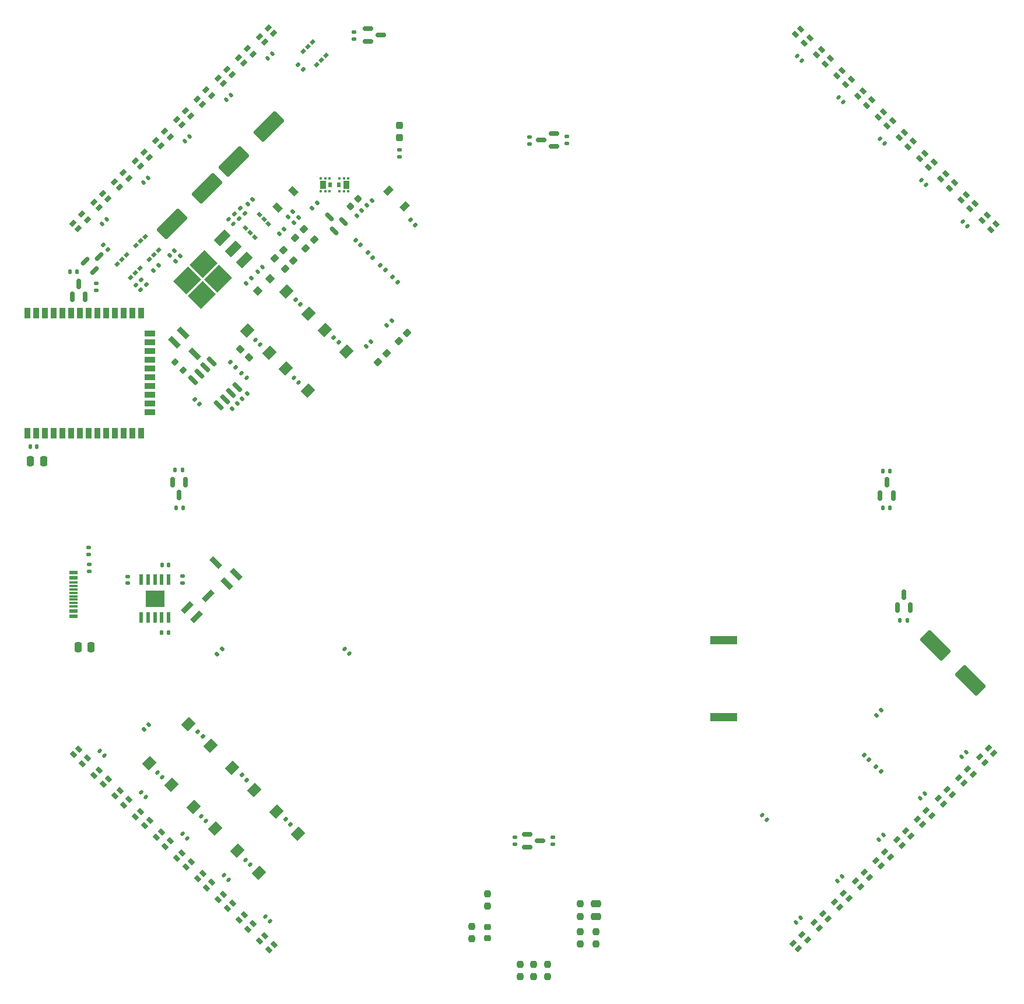
<source format=gbr>
%TF.GenerationSoftware,KiCad,Pcbnew,(6.0.11)*%
%TF.CreationDate,2023-10-13T19:34:53+09:00*%
%TF.ProjectId,ESP32,45535033-322e-46b6-9963-61645f706362,rev?*%
%TF.SameCoordinates,Original*%
%TF.FileFunction,Paste,Top*%
%TF.FilePolarity,Positive*%
%FSLAX46Y46*%
G04 Gerber Fmt 4.6, Leading zero omitted, Abs format (unit mm)*
G04 Created by KiCad (PCBNEW (6.0.11)) date 2023-10-13 19:34:53*
%MOMM*%
%LPD*%
G01*
G04 APERTURE LIST*
G04 Aperture macros list*
%AMRoundRect*
0 Rectangle with rounded corners*
0 $1 Rounding radius*
0 $2 $3 $4 $5 $6 $7 $8 $9 X,Y pos of 4 corners*
0 Add a 4 corners polygon primitive as box body*
4,1,4,$2,$3,$4,$5,$6,$7,$8,$9,$2,$3,0*
0 Add four circle primitives for the rounded corners*
1,1,$1+$1,$2,$3*
1,1,$1+$1,$4,$5*
1,1,$1+$1,$6,$7*
1,1,$1+$1,$8,$9*
0 Add four rect primitives between the rounded corners*
20,1,$1+$1,$2,$3,$4,$5,0*
20,1,$1+$1,$4,$5,$6,$7,0*
20,1,$1+$1,$6,$7,$8,$9,0*
20,1,$1+$1,$8,$9,$2,$3,0*%
%AMRotRect*
0 Rectangle, with rotation*
0 The origin of the aperture is its center*
0 $1 length*
0 $2 width*
0 $3 Rotation angle, in degrees counterclockwise*
0 Add horizontal line*
21,1,$1,$2,0,0,$3*%
G04 Aperture macros list end*
%ADD10RoundRect,0.140000X-0.021213X0.219203X-0.219203X0.021213X0.021213X-0.219203X0.219203X-0.021213X0*%
%ADD11RoundRect,0.237500X-0.237500X0.250000X-0.237500X-0.250000X0.237500X-0.250000X0.237500X0.250000X0*%
%ADD12RoundRect,0.150000X0.150000X-0.587500X0.150000X0.587500X-0.150000X0.587500X-0.150000X-0.587500X0*%
%ADD13RoundRect,0.150000X-0.583363X0.371231X0.371231X-0.583363X0.583363X-0.371231X-0.371231X0.583363X0*%
%ADD14RoundRect,0.140000X0.021213X-0.219203X0.219203X-0.021213X-0.021213X0.219203X-0.219203X0.021213X0*%
%ADD15RotRect,0.900000X0.700000X135.000000*%
%ADD16RotRect,1.800000X0.800000X135.000000*%
%ADD17RoundRect,0.237500X0.035355X0.371231X-0.371231X-0.035355X-0.035355X-0.371231X0.371231X0.035355X0*%
%ADD18RoundRect,0.140000X-0.170000X0.140000X-0.170000X-0.140000X0.170000X-0.140000X0.170000X0.140000X0*%
%ADD19RoundRect,0.140000X0.219203X0.021213X0.021213X0.219203X-0.219203X-0.021213X-0.021213X-0.219203X0*%
%ADD20RoundRect,0.135000X-0.226274X-0.035355X-0.035355X-0.226274X0.226274X0.035355X0.035355X0.226274X0*%
%ADD21RoundRect,0.135000X0.135000X0.185000X-0.135000X0.185000X-0.135000X-0.185000X0.135000X-0.185000X0*%
%ADD22RoundRect,0.135000X-0.035355X0.226274X-0.226274X0.035355X0.035355X-0.226274X0.226274X-0.035355X0*%
%ADD23RoundRect,0.135000X-0.185000X0.135000X-0.185000X-0.135000X0.185000X-0.135000X0.185000X0.135000X0*%
%ADD24RoundRect,0.135000X0.226274X0.035355X0.035355X0.226274X-0.226274X-0.035355X-0.035355X-0.226274X0*%
%ADD25RoundRect,0.250000X0.250000X0.475000X-0.250000X0.475000X-0.250000X-0.475000X0.250000X-0.475000X0*%
%ADD26RotRect,1.600000X1.400000X225.000000*%
%ADD27RotRect,0.900000X0.700000X315.000000*%
%ADD28RoundRect,0.237500X-0.035355X-0.371231X0.371231X0.035355X0.035355X0.371231X-0.371231X-0.035355X0*%
%ADD29RotRect,0.575000X0.620000X225.000000*%
%ADD30RoundRect,0.140000X-0.219203X-0.021213X-0.021213X-0.219203X0.219203X0.021213X0.021213X0.219203X0*%
%ADD31RotRect,0.900000X0.700000X45.000000*%
%ADD32RotRect,0.900000X0.700000X225.000000*%
%ADD33RotRect,0.900000X1.200000X135.000000*%
%ADD34RoundRect,0.250001X-1.979898X0.848528X0.848528X-1.979898X1.979898X-0.848528X-0.848528X1.979898X0*%
%ADD35R,4.000000X1.200000*%
%ADD36RoundRect,0.150000X0.521491X-0.309359X-0.309359X0.521491X-0.521491X0.309359X0.309359X-0.521491X0*%
%ADD37RoundRect,0.150000X-0.587500X-0.150000X0.587500X-0.150000X0.587500X0.150000X-0.587500X0.150000X0*%
%ADD38RoundRect,0.140000X0.140000X0.170000X-0.140000X0.170000X-0.140000X-0.170000X0.140000X-0.170000X0*%
%ADD39RoundRect,0.135000X0.185000X-0.135000X0.185000X0.135000X-0.185000X0.135000X-0.185000X-0.135000X0*%
%ADD40RoundRect,0.237500X0.237500X-0.250000X0.237500X0.250000X-0.237500X0.250000X-0.237500X-0.250000X0*%
%ADD41R,0.950000X1.150000*%
%ADD42R,0.400000X0.425000*%
%ADD43R,0.480000X0.800000*%
%ADD44RoundRect,0.135000X0.035355X-0.226274X0.226274X-0.035355X-0.035355X0.226274X-0.226274X0.035355X0*%
%ADD45RotRect,1.800000X0.800000X45.000000*%
%ADD46RotRect,1.000000X1.000000X45.000000*%
%ADD47R,0.600000X1.500000*%
%ADD48R,2.800000X2.400000*%
%ADD49RoundRect,0.237500X0.380070X-0.044194X-0.044194X0.380070X-0.380070X0.044194X0.044194X-0.380070X0*%
%ADD50RoundRect,0.250001X-0.848528X-1.979898X1.979898X0.848528X0.848528X1.979898X-1.979898X-0.848528X0*%
%ADD51R,1.150000X0.600000*%
%ADD52R,1.150000X0.300000*%
%ADD53RotRect,1.800000X0.800000X315.000000*%
%ADD54RotRect,1.600000X1.400000X45.000000*%
%ADD55RoundRect,0.150000X-0.150000X0.587500X-0.150000X-0.587500X0.150000X-0.587500X0.150000X0.587500X0*%
%ADD56RoundRect,0.135000X-0.135000X-0.185000X0.135000X-0.185000X0.135000X0.185000X-0.135000X0.185000X0*%
%ADD57RoundRect,0.150000X0.587500X0.150000X-0.587500X0.150000X-0.587500X-0.150000X0.587500X-0.150000X0*%
%ADD58R,0.900000X1.500000*%
%ADD59R,1.500000X0.900000*%
%ADD60RotRect,3.050000X2.750000X225.000000*%
%ADD61RotRect,2.200000X1.200000X225.000000*%
%ADD62RoundRect,0.200000X-0.335876X-0.053033X-0.053033X-0.335876X0.335876X0.053033X0.053033X0.335876X0*%
%ADD63RoundRect,0.237500X-0.237500X0.287500X-0.237500X-0.287500X0.237500X-0.287500X0.237500X0.287500X0*%
%ADD64RoundRect,0.250000X-0.250000X-0.475000X0.250000X-0.475000X0.250000X0.475000X-0.250000X0.475000X0*%
%ADD65RoundRect,0.250000X0.475000X-0.250000X0.475000X0.250000X-0.475000X0.250000X-0.475000X-0.250000X0*%
%ADD66RotRect,0.575000X0.620000X315.000000*%
%ADD67RoundRect,0.225000X0.250000X-0.225000X0.250000X0.225000X-0.250000X0.225000X-0.250000X-0.225000X0*%
%ADD68RotRect,0.900000X1.200000X45.000000*%
%ADD69RoundRect,0.225000X-0.017678X0.335876X-0.335876X0.017678X0.017678X-0.335876X0.335876X-0.017678X0*%
%ADD70RoundRect,0.150000X-0.309359X-0.521491X0.521491X0.309359X0.309359X0.521491X-0.521491X-0.309359X0*%
%ADD71RotRect,0.575000X0.620000X135.000000*%
G04 APERTURE END LIST*
D10*
%TO.C,C35*%
X223009004Y-146390997D03*
X222330182Y-147069819D03*
%TD*%
D11*
%TO.C,R51*%
X159480000Y-160957500D03*
X159480000Y-162782500D03*
%TD*%
D12*
%TO.C,Q11*%
X219036522Y-119399023D03*
X220936522Y-119399023D03*
X219986522Y-117524023D03*
%TD*%
D13*
%TO.C,U1*%
X119470883Y-83666806D03*
X118572858Y-84564832D03*
X117674832Y-85462858D03*
X116776806Y-86360883D03*
X120489117Y-90073194D03*
X121387142Y-89175168D03*
X122285168Y-88277142D03*
X123183194Y-87379117D03*
%TD*%
D14*
%TO.C,C27*%
X121561223Y-45638777D03*
X122240045Y-44959955D03*
%TD*%
D10*
%TO.C,C38*%
X204977781Y-164422220D03*
X204298959Y-165101042D03*
%TD*%
D15*
%TO.C,D29*%
X217544264Y-49494924D03*
X218322081Y-48717107D03*
X217028076Y-47423102D03*
X216250259Y-48200919D03*
%TD*%
D16*
%TO.C,Q17*%
X121704975Y-115908478D03*
X123048478Y-114564975D03*
X120043274Y-112903274D03*
%TD*%
D17*
%TO.C,D10*%
X144848718Y-82501282D03*
X143611282Y-83738718D03*
%TD*%
D18*
%TO.C,C3*%
X107280000Y-114900000D03*
X107280000Y-115860000D03*
%TD*%
D10*
%TO.C,C36*%
X216998596Y-152401405D03*
X216319774Y-153080227D03*
%TD*%
D19*
%TO.C,C15*%
X139489411Y-126139411D03*
X138810589Y-125460589D03*
%TD*%
D20*
%TO.C,R32*%
X117449376Y-137449376D03*
X118170624Y-138170624D03*
%TD*%
D21*
%TO.C,R63*%
X99940000Y-70620000D03*
X98920000Y-70620000D03*
%TD*%
D22*
%TO.C,R20*%
X132120624Y-62789376D03*
X131399376Y-63510624D03*
%TD*%
D23*
%TO.C,R4*%
X101680000Y-113120000D03*
X101680000Y-114140000D03*
%TD*%
D24*
%TO.C,R58*%
X142860624Y-68590624D03*
X142139376Y-67869376D03*
%TD*%
D25*
%TO.C,C19*%
X95080000Y-98140000D03*
X93180000Y-98140000D03*
%TD*%
D19*
%TO.C,C39*%
X127969411Y-164959411D03*
X127290589Y-164280589D03*
%TD*%
D26*
%TO.C,SW7*%
X122467437Y-142700583D03*
X116810583Y-148357437D03*
X119992563Y-151539417D03*
X125649417Y-145882563D03*
%TD*%
D24*
%TO.C,R62*%
X132765624Y-41305624D03*
X132044376Y-40584376D03*
%TD*%
D27*
%TO.C,D34*%
X112187793Y-152022159D03*
X111409976Y-152799976D03*
X112703981Y-154093981D03*
X113481798Y-153316164D03*
%TD*%
D17*
%TO.C,D9*%
X147848718Y-79501282D03*
X146611282Y-80738718D03*
%TD*%
D22*
%TO.C,R26*%
X120990624Y-125469376D03*
X120269376Y-126190624D03*
%TD*%
D28*
%TO.C,D7*%
X128611282Y-68738718D03*
X129848718Y-67501282D03*
%TD*%
D29*
%TO.C,Q7*%
X127723216Y-63690287D03*
X127051464Y-63018536D03*
X126379713Y-62346784D03*
X124416784Y-64309713D03*
X125088536Y-64981464D03*
X125760287Y-65653216D03*
%TD*%
D30*
%TO.C,C20*%
X125810589Y-80570589D03*
X126489411Y-81249411D03*
%TD*%
D31*
%TO.C,D36*%
X212912866Y-159159317D03*
X213690683Y-159937134D03*
X214984688Y-158643129D03*
X214206871Y-157865312D03*
%TD*%
D32*
%TO.C,D27*%
X113423122Y-51055736D03*
X112645305Y-50277919D03*
X111351300Y-51571924D03*
X112129117Y-52349741D03*
%TD*%
D33*
%TO.C,D1*%
X147486726Y-61175203D03*
X145153274Y-58841751D03*
%TD*%
D28*
%TO.C,D4*%
X133111282Y-67238718D03*
X134348718Y-66001282D03*
%TD*%
D19*
%TO.C,C21*%
X132069411Y-86739411D03*
X131390589Y-86060589D03*
%TD*%
D20*
%TO.C,R38*%
X130189376Y-150159376D03*
X130910624Y-150880624D03*
%TD*%
D14*
%TO.C,C28*%
X127571630Y-39628369D03*
X128250452Y-38949547D03*
%TD*%
D24*
%TO.C,R59*%
X141100624Y-66770624D03*
X140379376Y-66049376D03*
%TD*%
D23*
%TO.C,R53*%
X115200000Y-114840000D03*
X115200000Y-115860000D03*
%TD*%
D34*
%TO.C,C8*%
X224534416Y-124914416D03*
X229625584Y-130005584D03*
%TD*%
D35*
%TO.C,LS1*%
X193830000Y-124120000D03*
X193830000Y-135320000D03*
%TD*%
D22*
%TO.C,R22*%
X111740624Y-69759376D03*
X111019376Y-70480624D03*
%TD*%
D31*
%TO.C,D31*%
X230944089Y-141128094D03*
X231721906Y-141905911D03*
X233015911Y-140611906D03*
X232238094Y-139834089D03*
%TD*%
D22*
%TO.C,R30*%
X142600624Y-80769376D03*
X141879376Y-81490624D03*
%TD*%
D36*
%TO.C,Q3*%
X137251821Y-64715324D03*
X138595324Y-63371821D03*
X136597747Y-62717747D03*
%TD*%
D37*
%TO.C,Q15*%
X165282500Y-152350000D03*
X165282500Y-154250000D03*
X167157500Y-153300000D03*
%TD*%
D19*
%TO.C,C43*%
X103927780Y-140917781D03*
X103248958Y-140238959D03*
%TD*%
D24*
%TO.C,R56*%
X146470624Y-72160624D03*
X145749376Y-71439376D03*
%TD*%
D27*
%TO.C,D42*%
X106177385Y-146011751D03*
X105399568Y-146789568D03*
X106693573Y-148083573D03*
X107471390Y-147305756D03*
%TD*%
D22*
%TO.C,R12*%
X134770000Y-60690000D03*
X134048752Y-61411248D03*
%TD*%
D38*
%TO.C,C22*%
X94060000Y-96070000D03*
X93100000Y-96070000D03*
%TD*%
D27*
%TO.C,D38*%
X109182589Y-149016955D03*
X108404772Y-149794772D03*
X109698777Y-151088777D03*
X110476594Y-150310960D03*
%TD*%
D39*
%TO.C,R42*%
X163510000Y-153790000D03*
X163510000Y-152770000D03*
%TD*%
D19*
%TO.C,C42*%
X109938188Y-146928188D03*
X109259366Y-146249366D03*
%TD*%
D24*
%TO.C,R21*%
X109180624Y-73310624D03*
X108459376Y-72589376D03*
%TD*%
D40*
%TO.C,R6*%
X172980000Y-164275000D03*
X172980000Y-162450000D03*
%TD*%
D20*
%TO.C,R61*%
X215909376Y-142509376D03*
X216630624Y-143230624D03*
%TD*%
D30*
%TO.C,C16*%
X124380589Y-156040589D03*
X125059411Y-156719411D03*
%TD*%
D32*
%TO.C,D11*%
X101402307Y-63076551D03*
X100624490Y-62298734D03*
X99330485Y-63592739D03*
X100108302Y-64370556D03*
%TD*%
D39*
%TO.C,R46*%
X169010000Y-153790000D03*
X169010000Y-152770000D03*
%TD*%
D22*
%TO.C,R11*%
X141260624Y-61799376D03*
X140539376Y-62520624D03*
%TD*%
D15*
%TO.C,D26*%
X229565080Y-61515740D03*
X230342897Y-60737923D03*
X229048892Y-59443918D03*
X228271075Y-60221735D03*
%TD*%
D20*
%TO.C,R5*%
X148319376Y-63147853D03*
X149040624Y-63869101D03*
%TD*%
D23*
%TO.C,R2*%
X101640000Y-110730000D03*
X101640000Y-111750000D03*
%TD*%
D24*
%TO.C,R14*%
X109960624Y-72540623D03*
X109239376Y-71819375D03*
%TD*%
D30*
%TO.C,C33*%
X228557220Y-63347219D03*
X229236042Y-64026041D03*
%TD*%
D41*
%TO.C,Q4*%
X135625000Y-58030000D03*
D42*
X135300000Y-58967500D03*
X135950000Y-58967500D03*
X136600000Y-58967500D03*
X136600000Y-57092500D03*
D43*
X136650000Y-58030000D03*
D42*
X135950000Y-57092500D03*
X135300000Y-57092500D03*
%TD*%
D44*
%TO.C,R8*%
X123909376Y-89100624D03*
X124630624Y-88379376D03*
%TD*%
D45*
%TO.C,Q16*%
X115921522Y-119424975D03*
X117265025Y-120768478D03*
X118926726Y-117763274D03*
%TD*%
D46*
%TO.C,D8*%
X126134136Y-73431902D03*
X127901902Y-71664136D03*
%TD*%
D47*
%TO.C,U2*%
X109220500Y-120880000D03*
X110220500Y-120880000D03*
X111220500Y-120880000D03*
X112220500Y-120880000D03*
X113220500Y-120880000D03*
X113220500Y-115380000D03*
X112220500Y-115380000D03*
X111220500Y-115380000D03*
X110220500Y-115380000D03*
X109220500Y-115380000D03*
D48*
X111220500Y-118130000D03*
%TD*%
D32*
%TO.C,D16*%
X119433530Y-45045328D03*
X118655713Y-44267511D03*
X117361708Y-45561516D03*
X118139525Y-46339333D03*
%TD*%
D31*
%TO.C,D32*%
X215918070Y-156154113D03*
X216695887Y-156931930D03*
X217989892Y-155637925D03*
X217212075Y-154860108D03*
%TD*%
D23*
%TO.C,R40*%
X171056000Y-51003188D03*
X171056000Y-52023188D03*
%TD*%
D31*
%TO.C,D35*%
X227938885Y-144133298D03*
X228716702Y-144911115D03*
X230010707Y-143617110D03*
X229232890Y-142839293D03*
%TD*%
D40*
%TO.C,R50*%
X166230000Y-173032500D03*
X166230000Y-171207500D03*
%TD*%
D27*
%TO.C,D49*%
X115192997Y-155027363D03*
X114415180Y-155805180D03*
X115709185Y-157099185D03*
X116487002Y-156321368D03*
%TD*%
D44*
%TO.C,R7*%
X122439376Y-90540624D03*
X123160624Y-89819376D03*
%TD*%
%TO.C,R15*%
X129269376Y-65160624D03*
X129990624Y-64439376D03*
%TD*%
D20*
%TO.C,R65*%
X103719376Y-66734376D03*
X104440624Y-67455624D03*
%TD*%
D19*
%TO.C,C4*%
X124510205Y-86091829D03*
X123831383Y-85413007D03*
%TD*%
D14*
%TO.C,C26*%
X115550815Y-51649184D03*
X116229637Y-50970362D03*
%TD*%
D31*
%TO.C,D47*%
X218923274Y-153148909D03*
X219701091Y-153926726D03*
X220995096Y-152632721D03*
X220217279Y-151854904D03*
%TD*%
D49*
%TO.C,C23*%
X124849880Y-83129880D03*
X123630120Y-81910120D03*
%TD*%
D28*
%TO.C,D6*%
X130111282Y-70238718D03*
X131348718Y-69001282D03*
%TD*%
D38*
%TO.C,C2*%
X113230000Y-113260000D03*
X112270000Y-113260000D03*
%TD*%
D22*
%TO.C,R16*%
X114911248Y-68398752D03*
X114190000Y-69120000D03*
%TD*%
D50*
%TO.C,C5*%
X122684416Y-54665584D03*
X127775584Y-49574416D03*
%TD*%
D20*
%TO.C,R3*%
X122212109Y-83793732D03*
X122933357Y-84514980D03*
%TD*%
D40*
%TO.C,R31*%
X172980000Y-168282500D03*
X172980000Y-166457500D03*
%TD*%
D51*
%TO.C,J10*%
X99410000Y-114320000D03*
X99410000Y-115120000D03*
D52*
X99410000Y-116270000D03*
X99410000Y-117270000D03*
X99410000Y-117770000D03*
X99410000Y-118770000D03*
D51*
X99410000Y-119920000D03*
X99410000Y-120720000D03*
X99410000Y-120720000D03*
X99410000Y-119920000D03*
D52*
X99410000Y-119270000D03*
X99410000Y-118270000D03*
X99410000Y-116770000D03*
X99410000Y-115770000D03*
D51*
X99410000Y-115120000D03*
X99410000Y-114320000D03*
%TD*%
D22*
%TO.C,R25*%
X216680624Y-134329376D03*
X215959376Y-135050624D03*
%TD*%
D12*
%TO.C,Q14*%
X216530000Y-103127500D03*
X218430000Y-103127500D03*
X217480000Y-101252500D03*
%TD*%
D32*
%TO.C,D24*%
X125443938Y-39034920D03*
X124666121Y-38257103D03*
X123372116Y-39551108D03*
X124149933Y-40328925D03*
%TD*%
D20*
%TO.C,R23*%
X123619376Y-61429376D03*
X124340624Y-62150624D03*
%TD*%
D44*
%TO.C,R27*%
X109629376Y-137130624D03*
X110350624Y-136409376D03*
%TD*%
D27*
%TO.C,D33*%
X127213812Y-167048178D03*
X126435995Y-167825995D03*
X127730000Y-169120000D03*
X128507817Y-168342183D03*
%TD*%
D10*
%TO.C,C34*%
X229019411Y-140380589D03*
X228340589Y-141059411D03*
%TD*%
D11*
%TO.C,R47*%
X157230000Y-165707500D03*
X157230000Y-167532500D03*
%TD*%
D14*
%TO.C,C25*%
X109540407Y-57659592D03*
X110219229Y-56980770D03*
%TD*%
D20*
%TO.C,R55*%
X137209376Y-80209376D03*
X137930624Y-80930624D03*
%TD*%
D32*
%TO.C,D12*%
X116428326Y-48050532D03*
X115650509Y-47272715D03*
X114356504Y-48566720D03*
X115134321Y-49344537D03*
%TD*%
D39*
%TO.C,R64*%
X102680000Y-73330000D03*
X102680000Y-72310000D03*
%TD*%
D53*
%TO.C,Q1*%
X115365025Y-79571522D03*
X114021522Y-80915025D03*
X117026726Y-82576726D03*
%TD*%
D15*
%TO.C,D25*%
X214539060Y-46489720D03*
X215316877Y-45711903D03*
X214022872Y-44417898D03*
X213245055Y-45195715D03*
%TD*%
D19*
%TO.C,C40*%
X121944861Y-158934861D03*
X121266039Y-158256039D03*
%TD*%
D37*
%TO.C,Q10*%
X142157500Y-35340000D03*
X142157500Y-37240000D03*
X144032500Y-36290000D03*
%TD*%
D21*
%TO.C,R52*%
X113230000Y-123050000D03*
X112210000Y-123050000D03*
%TD*%
%TO.C,R37*%
X220440000Y-121270000D03*
X219420000Y-121270000D03*
%TD*%
D54*
%TO.C,SW10*%
X139059417Y-82262563D03*
X133402563Y-87919417D03*
X135877437Y-79080583D03*
X130220583Y-84737437D03*
%TD*%
D27*
%TO.C,D45*%
X118198201Y-158032567D03*
X117420384Y-158810384D03*
X118714389Y-160104389D03*
X119492206Y-159326572D03*
%TD*%
D24*
%TO.C,R54*%
X132380624Y-75420624D03*
X131659376Y-74699376D03*
%TD*%
D55*
%TO.C,Q12*%
X115680000Y-101192500D03*
X113780000Y-101192500D03*
X114730000Y-103067500D03*
%TD*%
D56*
%TO.C,R39*%
X114180000Y-99450000D03*
X115200000Y-99450000D03*
%TD*%
D32*
%TO.C,D15*%
X104407511Y-60071347D03*
X103629694Y-59293530D03*
X102335689Y-60587535D03*
X103113506Y-61365352D03*
%TD*%
D19*
%TO.C,C10*%
X122609411Y-63739411D03*
X121930589Y-63060589D03*
%TD*%
D32*
%TO.C,D19*%
X107412715Y-57066143D03*
X106634898Y-56288326D03*
X105340893Y-57582331D03*
X106118710Y-58360148D03*
%TD*%
D57*
%TO.C,Q13*%
X169210120Y-52463188D03*
X169210120Y-50563188D03*
X167335120Y-51513188D03*
%TD*%
D58*
%TO.C,U8*%
X92730000Y-94120000D03*
X94000000Y-94120000D03*
X95270000Y-94120000D03*
X96540000Y-94120000D03*
X97810000Y-94120000D03*
X99080000Y-94120000D03*
X100350000Y-94120000D03*
X101620000Y-94120000D03*
X102890000Y-94120000D03*
X104160000Y-94120000D03*
X105430000Y-94120000D03*
X106700000Y-94120000D03*
X107970000Y-94120000D03*
X109240000Y-94120000D03*
D59*
X110490000Y-91080000D03*
X110490000Y-89810000D03*
X110490000Y-88540000D03*
X110490000Y-87270000D03*
X110490000Y-86000000D03*
X110490000Y-84730000D03*
X110490000Y-83460000D03*
X110490000Y-82190000D03*
X110490000Y-80920000D03*
X110490000Y-79650000D03*
D58*
X109240000Y-76620000D03*
X107970000Y-76620000D03*
X106700000Y-76620000D03*
X105430000Y-76620000D03*
X104160000Y-76620000D03*
X102890000Y-76620000D03*
X101620000Y-76620000D03*
X100350000Y-76620000D03*
X99080000Y-76620000D03*
X97810000Y-76620000D03*
X96540000Y-76620000D03*
X95270000Y-76620000D03*
X94000000Y-76620000D03*
X92730000Y-76620000D03*
%TD*%
D26*
%TO.C,SW6*%
X116103476Y-136336622D03*
X110446622Y-141993476D03*
X113628602Y-145175456D03*
X119285456Y-139518602D03*
%TD*%
D32*
%TO.C,D20*%
X122438734Y-42040124D03*
X121660917Y-41262307D03*
X120366912Y-42556312D03*
X121144729Y-43334129D03*
%TD*%
D15*
%TO.C,D14*%
X220549468Y-52500128D03*
X221327285Y-51722311D03*
X220033280Y-50428306D03*
X219255463Y-51206123D03*
%TD*%
D27*
%TO.C,D46*%
X103172181Y-143006547D03*
X102394364Y-143784364D03*
X103688369Y-145078369D03*
X104466186Y-144300552D03*
%TD*%
D60*
%TO.C,U3*%
X118039010Y-74067666D03*
X120407817Y-71698858D03*
X115882334Y-71910990D03*
X118251142Y-69542183D03*
D61*
X124212052Y-68962355D03*
X122599848Y-67350152D03*
X120987645Y-65737948D03*
%TD*%
D30*
%TO.C,C31*%
X216536405Y-51326404D03*
X217215227Y-52005226D03*
%TD*%
D22*
%TO.C,R18*%
X125430624Y-60129376D03*
X124709376Y-60850624D03*
%TD*%
D40*
%TO.C,R48*%
X168230000Y-173032500D03*
X168230000Y-171207500D03*
%TD*%
D27*
%TO.C,D41*%
X121203404Y-161037770D03*
X120425587Y-161815587D03*
X121719592Y-163109592D03*
X122497409Y-162331775D03*
%TD*%
D50*
%TO.C,C7*%
X113684416Y-63665584D03*
X118775584Y-58574416D03*
%TD*%
D21*
%TO.C,R45*%
X217980000Y-99580000D03*
X216960000Y-99580000D03*
%TD*%
D15*
%TO.C,D30*%
X232570283Y-64520943D03*
X233348100Y-63743126D03*
X232054095Y-62449121D03*
X231276278Y-63226938D03*
%TD*%
D62*
%TO.C,R1*%
X114126637Y-83756637D03*
X115293363Y-84923363D03*
%TD*%
D15*
%TO.C,D18*%
X223554672Y-55505332D03*
X224332489Y-54727515D03*
X223038484Y-53433510D03*
X222260667Y-54211327D03*
%TD*%
D56*
%TO.C,R43*%
X114290000Y-104940000D03*
X115310000Y-104940000D03*
%TD*%
D63*
%TO.C,D51*%
X146710000Y-49395000D03*
X146710000Y-51145000D03*
%TD*%
D40*
%TO.C,R28*%
X175230000Y-168282500D03*
X175230000Y-166457500D03*
%TD*%
D14*
%TO.C,C11*%
X126168608Y-70677430D03*
X126847430Y-69998608D03*
%TD*%
D15*
%TO.C,D21*%
X211533857Y-43484517D03*
X212311674Y-42706700D03*
X211017669Y-41412695D03*
X210239852Y-42190512D03*
%TD*%
D30*
%TO.C,C30*%
X210525997Y-45315996D03*
X211204819Y-45994818D03*
%TD*%
D22*
%TO.C,R24*%
X125208643Y-71587395D03*
X124487395Y-72308643D03*
%TD*%
D30*
%TO.C,C14*%
X117970589Y-149730589D03*
X118649411Y-150409411D03*
%TD*%
D19*
%TO.C,C12*%
X200097411Y-150211411D03*
X199418589Y-149532589D03*
%TD*%
D22*
%TO.C,R13*%
X131260624Y-61929376D03*
X130539376Y-62650624D03*
%TD*%
D19*
%TO.C,C41*%
X115948595Y-152938596D03*
X115269773Y-152259774D03*
%TD*%
D39*
%TO.C,R36*%
X140130000Y-36905000D03*
X140130000Y-35885000D03*
%TD*%
D12*
%TO.C,Q19*%
X99205000Y-74282500D03*
X101105000Y-74282500D03*
X100155000Y-72407500D03*
%TD*%
D28*
%TO.C,D5*%
X131611282Y-65738718D03*
X132848718Y-64501282D03*
%TD*%
D31*
%TO.C,D48*%
X203897255Y-168174928D03*
X204675072Y-168952745D03*
X205969077Y-167658740D03*
X205191260Y-166880923D03*
%TD*%
D26*
%TO.C,SW5*%
X130317437Y-73560583D03*
X124660583Y-79217437D03*
X133499417Y-76742563D03*
X127842563Y-82399417D03*
%TD*%
D64*
%TO.C,C1*%
X100050000Y-125170000D03*
X101950000Y-125170000D03*
%TD*%
D31*
%TO.C,D39*%
X224933681Y-147138502D03*
X225711498Y-147916319D03*
X227005503Y-146622314D03*
X226227686Y-145844497D03*
%TD*%
D42*
%TO.C,Q2*%
X139315559Y-57092500D03*
D41*
X138990559Y-58030000D03*
D42*
X138665559Y-57092500D03*
X138015559Y-57092500D03*
D43*
X137965559Y-58030000D03*
D42*
X138015559Y-58967500D03*
X138665559Y-58967500D03*
X139315559Y-58967500D03*
%TD*%
D32*
%TO.C,D23*%
X110417918Y-54060940D03*
X109640101Y-53283123D03*
X108346096Y-54577128D03*
X109123913Y-55354945D03*
%TD*%
D31*
%TO.C,D43*%
X221928478Y-150143705D03*
X222706295Y-150921522D03*
X224000300Y-149627517D03*
X223222483Y-148849700D03*
%TD*%
D15*
%TO.C,D17*%
X208528653Y-40479313D03*
X209306470Y-39701496D03*
X208012465Y-38407491D03*
X207234648Y-39185308D03*
%TD*%
D30*
%TO.C,C29*%
X204515589Y-39305589D03*
X205194411Y-39984411D03*
%TD*%
D20*
%TO.C,R19*%
X122759376Y-62249376D03*
X123480624Y-62970624D03*
%TD*%
D65*
%TO.C,C17*%
X175230000Y-164312500D03*
X175230000Y-162412500D03*
%TD*%
D15*
%TO.C,D13*%
X205523449Y-37474109D03*
X206301266Y-36696292D03*
X205007261Y-35402287D03*
X204229444Y-36180104D03*
%TD*%
D24*
%TO.C,R9*%
X117721980Y-89896063D03*
X117000732Y-89174815D03*
%TD*%
D23*
%TO.C,R67*%
X146730000Y-52960000D03*
X146730000Y-53980000D03*
%TD*%
D66*
%TO.C,Q18*%
X134098409Y-37316947D03*
X133426658Y-37988699D03*
X132754906Y-38660450D03*
X134717835Y-40623379D03*
X135389586Y-39951627D03*
X136061338Y-39279876D03*
%TD*%
D44*
%TO.C,R10*%
X142009376Y-61000624D03*
X142730624Y-60279376D03*
%TD*%
D31*
%TO.C,D44*%
X206902458Y-165169725D03*
X207680275Y-165947542D03*
X208974280Y-164653537D03*
X208196463Y-163875720D03*
%TD*%
D24*
%TO.C,R60*%
X214930624Y-141550624D03*
X214209376Y-140829376D03*
%TD*%
D15*
%TO.C,D22*%
X226559876Y-58510536D03*
X227337693Y-57732719D03*
X226043688Y-56438714D03*
X225265871Y-57216531D03*
%TD*%
D67*
%TO.C,C18*%
X159480000Y-167395000D03*
X159480000Y-165845000D03*
%TD*%
D68*
%TO.C,D2*%
X129013274Y-61336726D03*
X131346726Y-59003274D03*
%TD*%
D69*
%TO.C,C6*%
X140718008Y-60071992D03*
X139621992Y-61168008D03*
%TD*%
D32*
%TO.C,D28*%
X128449141Y-36029717D03*
X127671324Y-35251900D03*
X126377319Y-36545905D03*
X127155136Y-37323722D03*
%TD*%
D27*
%TO.C,D50*%
X100166978Y-140001344D03*
X99389161Y-140779161D03*
X100683166Y-142073166D03*
X101460983Y-141295349D03*
%TD*%
D39*
%TO.C,R44*%
X165596000Y-52084000D03*
X165596000Y-51064000D03*
%TD*%
D24*
%TO.C,R57*%
X144700624Y-70400624D03*
X143979376Y-69679376D03*
%TD*%
D10*
%TO.C,C37*%
X210988188Y-158411812D03*
X210309366Y-159090634D03*
%TD*%
D21*
%TO.C,R41*%
X217940000Y-104914000D03*
X216920000Y-104914000D03*
%TD*%
D30*
%TO.C,C13*%
X111580589Y-143360589D03*
X112259411Y-144039411D03*
%TD*%
D20*
%TO.C,R35*%
X123869376Y-143729376D03*
X124590624Y-144450624D03*
%TD*%
D66*
%TO.C,Q6*%
X107120287Y-68216784D03*
X106448536Y-68888536D03*
X105776784Y-69560287D03*
X107739713Y-71523216D03*
X108411464Y-70851464D03*
X109083216Y-70179713D03*
%TD*%
D70*
%TO.C,Q20*%
X101120336Y-69111161D03*
X102463839Y-70454664D03*
X103117913Y-68457087D03*
%TD*%
D26*
%TO.C,SW9*%
X123174544Y-154721398D03*
X128831398Y-149064544D03*
X132013378Y-152246524D03*
X126356524Y-157903378D03*
%TD*%
D71*
%TO.C,Q9*%
X110426719Y-68836210D03*
X111098470Y-68164458D03*
X111770222Y-67492707D03*
X109807293Y-65529778D03*
X109135542Y-66201530D03*
X108463790Y-66873281D03*
%TD*%
D14*
%TO.C,C24*%
X103530000Y-63670000D03*
X104208822Y-62991178D03*
%TD*%
D30*
%TO.C,C32*%
X222546812Y-57336812D03*
X223225634Y-58015634D03*
%TD*%
D27*
%TO.C,D37*%
X124208608Y-164042974D03*
X123430791Y-164820791D03*
X124724796Y-166114796D03*
X125502613Y-165336979D03*
%TD*%
D22*
%TO.C,R17*%
X114091248Y-67578752D03*
X113370000Y-68300000D03*
%TD*%
D40*
%TO.C,R49*%
X164230000Y-173032500D03*
X164230000Y-171207500D03*
%TD*%
D31*
%TO.C,D40*%
X209907662Y-162164521D03*
X210685479Y-162942338D03*
X211979484Y-161648333D03*
X211201667Y-160870516D03*
%TD*%
D22*
%TO.C,R29*%
X145600624Y-77739376D03*
X144879376Y-78460624D03*
%TD*%
M02*

</source>
